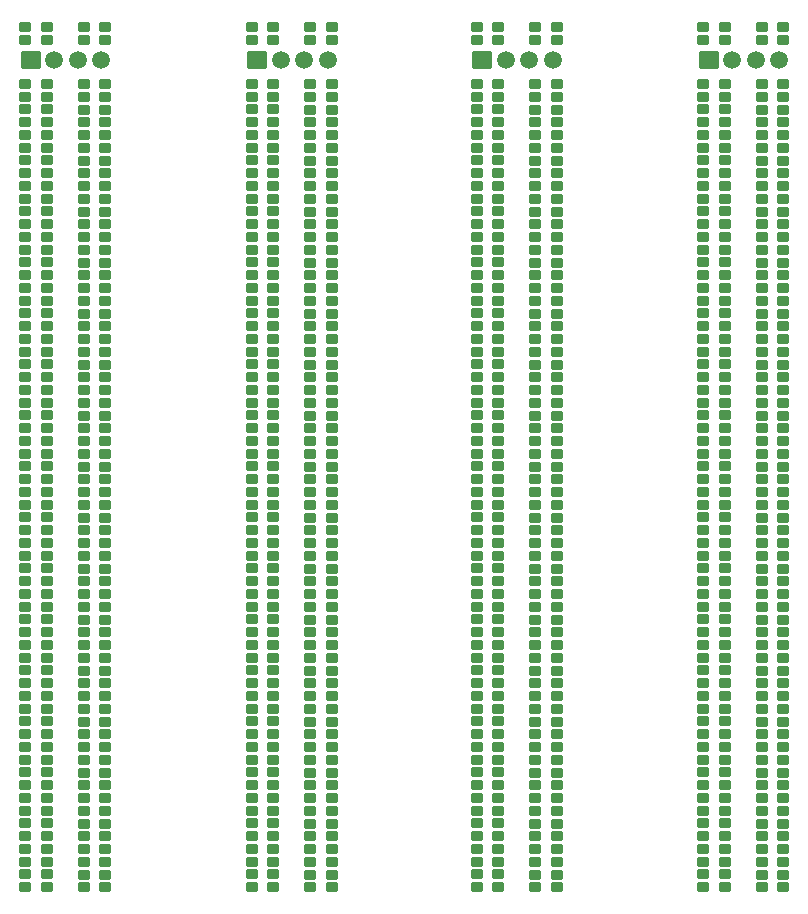
<source format=gts>
G04 Layer: TopSolderMaskLayer*
G04 EasyEDA v6.5.29, 2023-07-18 10:38:40*
G04 9c3e5ffd6bc94b6ca845c2a892670007,5a6b42c53f6a479593ecc07194224c93,10*
G04 Gerber Generator version 0.2*
G04 Scale: 100 percent, Rotated: No, Reflected: No *
G04 Dimensions in millimeters *
G04 leading zeros omitted , absolute positions ,4 integer and 5 decimal *
%FSLAX45Y45*%
%MOMM*%

%AMMACRO1*1,1,$1,$2,$3*1,1,$1,$4,$5*1,1,$1,0-$2,0-$3*1,1,$1,0-$4,0-$5*20,1,$1,$2,$3,$4,$5,0*20,1,$1,$4,$5,0-$2,0-$3,0*20,1,$1,0-$2,0-$3,0-$4,0-$5,0*20,1,$1,0-$4,0-$5,$2,$3,0*4,1,4,$2,$3,$4,$5,0-$2,0-$3,0-$4,0-$5,$2,$3,0*%
%ADD10C,1.5016*%
%ADD11MACRO1,0.1016X-0.762X-0.7X0.762X-0.7*%
%ADD12MACRO1,0.1016X-0.45X0.35X0.45X0.35*%

%LPD*%
D10*
G01*
X3919499Y10883900D03*
G01*
X3719499Y10883900D03*
G01*
X3519500Y10883900D03*
D11*
G01*
X3319500Y10883900D03*
D10*
G01*
X5824499Y10883900D03*
G01*
X5624499Y10883900D03*
G01*
X5424500Y10883900D03*
D11*
G01*
X5224500Y10883900D03*
D10*
G01*
X7742199Y10883900D03*
G01*
X7542199Y10883900D03*
G01*
X7342200Y10883900D03*
D11*
G01*
X7142200Y10883900D03*
D10*
G01*
X2001799Y10883900D03*
G01*
X1801799Y10883900D03*
G01*
X1601800Y10883900D03*
D11*
G01*
X1401800Y10883900D03*
D12*
G01*
X3457006Y3991998D03*
G01*
X3273997Y3991996D03*
G01*
X3273999Y3881991D03*
G01*
X3457006Y3881991D03*
G01*
X3457006Y6798693D03*
G01*
X3273997Y6798690D03*
G01*
X3273999Y6688686D03*
G01*
X3457006Y6688686D03*
G01*
X3457006Y6582793D03*
G01*
X3273997Y6582790D03*
G01*
X3273999Y6472786D03*
G01*
X3457006Y6472786D03*
G01*
X3457006Y6366896D03*
G01*
X3273997Y6366893D03*
G01*
X3273999Y6256888D03*
G01*
X3457006Y6256888D03*
G01*
X3457006Y6150996D03*
G01*
X3273997Y6150993D03*
G01*
X3273999Y6040988D03*
G01*
X3457006Y6040988D03*
G01*
X3457006Y5935096D03*
G01*
X3273997Y5935093D03*
G01*
X3273999Y5825088D03*
G01*
X3457006Y5825088D03*
G01*
X3457006Y5719196D03*
G01*
X3273997Y5719193D03*
G01*
X3273999Y5609188D03*
G01*
X3457006Y5609188D03*
G01*
X3457006Y5503296D03*
G01*
X3273997Y5503293D03*
G01*
X3273999Y5393288D03*
G01*
X3457006Y5393288D03*
G01*
X3457006Y5287396D03*
G01*
X3273997Y5287393D03*
G01*
X3273999Y5177388D03*
G01*
X3457006Y5177388D03*
G01*
X3457006Y5071498D03*
G01*
X3273997Y5071496D03*
G01*
X3273999Y4961491D03*
G01*
X3457006Y4961491D03*
G01*
X3457006Y4855598D03*
G01*
X3273997Y4855596D03*
G01*
X3273999Y4745591D03*
G01*
X3457006Y4745591D03*
G01*
X3457006Y4639698D03*
G01*
X3273997Y4639696D03*
G01*
X3273999Y4529691D03*
G01*
X3457006Y4529691D03*
G01*
X3457006Y4423798D03*
G01*
X3273997Y4423796D03*
G01*
X3273999Y4313791D03*
G01*
X3457006Y4313791D03*
G01*
X3457006Y4207898D03*
G01*
X3273997Y4207896D03*
G01*
X3273999Y4097891D03*
G01*
X3457006Y4097891D03*
G01*
X3457006Y7014601D03*
G01*
X3273997Y7014598D03*
G01*
X3273999Y6904593D03*
G01*
X3457006Y6904593D03*
G01*
X3457006Y7230498D03*
G01*
X3273997Y7230496D03*
G01*
X3273999Y7120491D03*
G01*
X3457006Y7120491D03*
G01*
X3457006Y7446398D03*
G01*
X3273997Y7446396D03*
G01*
X3273999Y7336391D03*
G01*
X3457006Y7336391D03*
G01*
X3457006Y7662298D03*
G01*
X3273997Y7662296D03*
G01*
X3273999Y7552291D03*
G01*
X3457006Y7552291D03*
G01*
X3457006Y7878198D03*
G01*
X3273997Y7878196D03*
G01*
X3273999Y7768191D03*
G01*
X3457006Y7768191D03*
G01*
X3457006Y8094098D03*
G01*
X3273997Y8094096D03*
G01*
X3273999Y7984091D03*
G01*
X3457006Y7984091D03*
G01*
X3457006Y8309996D03*
G01*
X3273997Y8309993D03*
G01*
X3273999Y8199988D03*
G01*
X3457006Y8199988D03*
G01*
X3457006Y8525896D03*
G01*
X3273997Y8525893D03*
G01*
X3273999Y8415888D03*
G01*
X3457006Y8415888D03*
G01*
X3457006Y8741796D03*
G01*
X3273997Y8741793D03*
G01*
X3273999Y8631788D03*
G01*
X3457006Y8631788D03*
G01*
X3457006Y8957696D03*
G01*
X3273997Y8957693D03*
G01*
X3273999Y8847688D03*
G01*
X3457006Y8847688D03*
G01*
X3457006Y9173596D03*
G01*
X3273997Y9173593D03*
G01*
X3273999Y9063588D03*
G01*
X3457006Y9063588D03*
G01*
X3457006Y9389496D03*
G01*
X3273997Y9389493D03*
G01*
X3273999Y9279488D03*
G01*
X3457006Y9279488D03*
G01*
X3457006Y9605393D03*
G01*
X3273997Y9605390D03*
G01*
X3273999Y9495386D03*
G01*
X3457006Y9495386D03*
G01*
X3457006Y9821293D03*
G01*
X3273997Y9821290D03*
G01*
X3273999Y9711286D03*
G01*
X3457006Y9711286D03*
G01*
X3457006Y10037193D03*
G01*
X3273997Y10037190D03*
G01*
X3273999Y9927186D03*
G01*
X3457006Y9927186D03*
G01*
X3457006Y10253101D03*
G01*
X3273997Y10253098D03*
G01*
X3273999Y10143093D03*
G01*
X3457006Y10143093D03*
G01*
X3457006Y10469001D03*
G01*
X3273997Y10468998D03*
G01*
X3273999Y10358993D03*
G01*
X3457006Y10358993D03*
G01*
X3457006Y10684901D03*
G01*
X3273997Y10684898D03*
G01*
X3273999Y10574893D03*
G01*
X3457006Y10574893D03*
G01*
X3952308Y3987812D03*
G01*
X3769300Y3987810D03*
G01*
X3769301Y3877805D03*
G01*
X3952308Y3877805D03*
G01*
X3952308Y4203712D03*
G01*
X3769300Y4203710D03*
G01*
X3769301Y4093705D03*
G01*
X3952308Y4093705D03*
G01*
X3952308Y4419610D03*
G01*
X3769300Y4419607D03*
G01*
X3769301Y4309602D03*
G01*
X3952308Y4309602D03*
G01*
X3952308Y4635510D03*
G01*
X3769300Y4635507D03*
G01*
X3769301Y4525502D03*
G01*
X3952308Y4525502D03*
G01*
X3952308Y4851410D03*
G01*
X3769300Y4851407D03*
G01*
X3769301Y4741402D03*
G01*
X3952308Y4741402D03*
G01*
X3952308Y5067310D03*
G01*
X3769300Y5067307D03*
G01*
X3769301Y4957302D03*
G01*
X3952308Y4957302D03*
G01*
X3952308Y5283210D03*
G01*
X3769300Y5283207D03*
G01*
X3769301Y5173202D03*
G01*
X3952308Y5173202D03*
G01*
X3952308Y5499110D03*
G01*
X3769300Y5499107D03*
G01*
X3769301Y5389102D03*
G01*
X3952308Y5389102D03*
G01*
X3952308Y5715007D03*
G01*
X3769300Y5715005D03*
G01*
X3769301Y5605000D03*
G01*
X3952308Y5605000D03*
G01*
X3952308Y5930907D03*
G01*
X3769300Y5930905D03*
G01*
X3769301Y5820900D03*
G01*
X3952308Y5820900D03*
G01*
X3952308Y6146807D03*
G01*
X3769300Y6146805D03*
G01*
X3769301Y6036800D03*
G01*
X3952308Y6036800D03*
G01*
X3952303Y6362712D03*
G01*
X3769295Y6362710D03*
G01*
X3769296Y6252705D03*
G01*
X3952303Y6252705D03*
G01*
X3952303Y6578612D03*
G01*
X3769295Y6578610D03*
G01*
X3769296Y6468605D03*
G01*
X3952303Y6468605D03*
G01*
X3952303Y6794512D03*
G01*
X3769295Y6794510D03*
G01*
X3769296Y6684505D03*
G01*
X3952303Y6684505D03*
G01*
X3952303Y7010412D03*
G01*
X3769295Y7010410D03*
G01*
X3769296Y6900405D03*
G01*
X3952303Y6900405D03*
G01*
X3952303Y7226312D03*
G01*
X3769295Y7226310D03*
G01*
X3769296Y7116305D03*
G01*
X3952303Y7116305D03*
G01*
X3952303Y7442210D03*
G01*
X3769295Y7442207D03*
G01*
X3769296Y7332202D03*
G01*
X3952303Y7332202D03*
G01*
X3952303Y7658110D03*
G01*
X3769295Y7658107D03*
G01*
X3769296Y7548102D03*
G01*
X3952303Y7548102D03*
G01*
X3952303Y7874010D03*
G01*
X3769295Y7874007D03*
G01*
X3769296Y7764002D03*
G01*
X3952303Y7764002D03*
G01*
X3952303Y8089910D03*
G01*
X3769295Y8089907D03*
G01*
X3769296Y7979902D03*
G01*
X3952303Y7979902D03*
G01*
X3952303Y8305810D03*
G01*
X3769295Y8305807D03*
G01*
X3769296Y8195802D03*
G01*
X3952303Y8195802D03*
G01*
X3952303Y8521710D03*
G01*
X3769295Y8521707D03*
G01*
X3769296Y8411702D03*
G01*
X3952303Y8411702D03*
G01*
X3952303Y8737607D03*
G01*
X3769295Y8737605D03*
G01*
X3769296Y8627600D03*
G01*
X3952303Y8627600D03*
G01*
X3952303Y8953507D03*
G01*
X3769295Y8953505D03*
G01*
X3769296Y8843500D03*
G01*
X3952303Y8843500D03*
G01*
X3952303Y9169407D03*
G01*
X3769295Y9169405D03*
G01*
X3769296Y9059400D03*
G01*
X3952303Y9059400D03*
G01*
X3952303Y9385307D03*
G01*
X3769295Y9385305D03*
G01*
X3769296Y9275300D03*
G01*
X3952303Y9275300D03*
G01*
X3952303Y9601207D03*
G01*
X3769295Y9601205D03*
G01*
X3769296Y9491200D03*
G01*
X3952303Y9491200D03*
G01*
X3952303Y9817107D03*
G01*
X3769295Y9817105D03*
G01*
X3769296Y9707100D03*
G01*
X3952303Y9707100D03*
G01*
X3952303Y10033007D03*
G01*
X3769295Y10033005D03*
G01*
X3769296Y9923000D03*
G01*
X3952303Y9923000D03*
G01*
X3952303Y10248907D03*
G01*
X3769295Y10248905D03*
G01*
X3769296Y10138900D03*
G01*
X3952303Y10138900D03*
G01*
X3952303Y10464807D03*
G01*
X3769295Y10464805D03*
G01*
X3769296Y10354800D03*
G01*
X3952303Y10354800D03*
G01*
X3952303Y10680707D03*
G01*
X3769295Y10680705D03*
G01*
X3769296Y10570700D03*
G01*
X3952303Y10570700D03*
G01*
X3457006Y11167501D03*
G01*
X3273997Y11167498D03*
G01*
X3273999Y11057493D03*
G01*
X3457006Y11057493D03*
G01*
X3952306Y11167501D03*
G01*
X3769297Y11167498D03*
G01*
X3769299Y11057493D03*
G01*
X3952306Y11057493D03*
G01*
X5362006Y3991998D03*
G01*
X5178997Y3991996D03*
G01*
X5178999Y3881991D03*
G01*
X5362006Y3881991D03*
G01*
X5362006Y6798693D03*
G01*
X5178997Y6798690D03*
G01*
X5178999Y6688686D03*
G01*
X5362006Y6688686D03*
G01*
X5362006Y6582793D03*
G01*
X5178997Y6582790D03*
G01*
X5178999Y6472786D03*
G01*
X5362006Y6472786D03*
G01*
X5362006Y6366896D03*
G01*
X5178997Y6366893D03*
G01*
X5178999Y6256888D03*
G01*
X5362006Y6256888D03*
G01*
X5362006Y6150996D03*
G01*
X5178997Y6150993D03*
G01*
X5178999Y6040988D03*
G01*
X5362006Y6040988D03*
G01*
X5362006Y5935096D03*
G01*
X5178997Y5935093D03*
G01*
X5178999Y5825088D03*
G01*
X5362006Y5825088D03*
G01*
X5362006Y5719196D03*
G01*
X5178997Y5719193D03*
G01*
X5178999Y5609188D03*
G01*
X5362006Y5609188D03*
G01*
X5362006Y5503296D03*
G01*
X5178997Y5503293D03*
G01*
X5178999Y5393288D03*
G01*
X5362006Y5393288D03*
G01*
X5362006Y5287396D03*
G01*
X5178997Y5287393D03*
G01*
X5178999Y5177388D03*
G01*
X5362006Y5177388D03*
G01*
X5362006Y5071498D03*
G01*
X5178997Y5071496D03*
G01*
X5178999Y4961491D03*
G01*
X5362006Y4961491D03*
G01*
X5362006Y4855598D03*
G01*
X5178997Y4855596D03*
G01*
X5178999Y4745591D03*
G01*
X5362006Y4745591D03*
G01*
X5362006Y4639698D03*
G01*
X5178997Y4639696D03*
G01*
X5178999Y4529691D03*
G01*
X5362006Y4529691D03*
G01*
X5362006Y4423798D03*
G01*
X5178997Y4423796D03*
G01*
X5178999Y4313791D03*
G01*
X5362006Y4313791D03*
G01*
X5362006Y4207898D03*
G01*
X5178997Y4207896D03*
G01*
X5178999Y4097891D03*
G01*
X5362006Y4097891D03*
G01*
X5362006Y7014601D03*
G01*
X5178997Y7014598D03*
G01*
X5178999Y6904593D03*
G01*
X5362006Y6904593D03*
G01*
X5362006Y7230498D03*
G01*
X5178997Y7230496D03*
G01*
X5178999Y7120491D03*
G01*
X5362006Y7120491D03*
G01*
X5362006Y7446398D03*
G01*
X5178997Y7446396D03*
G01*
X5178999Y7336391D03*
G01*
X5362006Y7336391D03*
G01*
X5362006Y7662298D03*
G01*
X5178997Y7662296D03*
G01*
X5178999Y7552291D03*
G01*
X5362006Y7552291D03*
G01*
X5362006Y7878198D03*
G01*
X5178997Y7878196D03*
G01*
X5178999Y7768191D03*
G01*
X5362006Y7768191D03*
G01*
X5362006Y8094098D03*
G01*
X5178997Y8094096D03*
G01*
X5178999Y7984091D03*
G01*
X5362006Y7984091D03*
G01*
X5362006Y8309996D03*
G01*
X5178997Y8309993D03*
G01*
X5178999Y8199988D03*
G01*
X5362006Y8199988D03*
G01*
X5362006Y8525896D03*
G01*
X5178997Y8525893D03*
G01*
X5178999Y8415888D03*
G01*
X5362006Y8415888D03*
G01*
X5362006Y8741796D03*
G01*
X5178997Y8741793D03*
G01*
X5178999Y8631788D03*
G01*
X5362006Y8631788D03*
G01*
X5362006Y8957696D03*
G01*
X5178997Y8957693D03*
G01*
X5178999Y8847688D03*
G01*
X5362006Y8847688D03*
G01*
X5362006Y9173596D03*
G01*
X5178997Y9173593D03*
G01*
X5178999Y9063588D03*
G01*
X5362006Y9063588D03*
G01*
X5362006Y9389496D03*
G01*
X5178997Y9389493D03*
G01*
X5178999Y9279488D03*
G01*
X5362006Y9279488D03*
G01*
X5362006Y9605393D03*
G01*
X5178997Y9605390D03*
G01*
X5178999Y9495386D03*
G01*
X5362006Y9495386D03*
G01*
X5362006Y9821293D03*
G01*
X5178997Y9821290D03*
G01*
X5178999Y9711286D03*
G01*
X5362006Y9711286D03*
G01*
X5362006Y10037193D03*
G01*
X5178997Y10037190D03*
G01*
X5178999Y9927186D03*
G01*
X5362006Y9927186D03*
G01*
X5362006Y10253101D03*
G01*
X5178997Y10253098D03*
G01*
X5178999Y10143093D03*
G01*
X5362006Y10143093D03*
G01*
X5362006Y10469001D03*
G01*
X5178997Y10468998D03*
G01*
X5178999Y10358993D03*
G01*
X5362006Y10358993D03*
G01*
X5362006Y10684901D03*
G01*
X5178997Y10684898D03*
G01*
X5178999Y10574893D03*
G01*
X5362006Y10574893D03*
G01*
X5857308Y3987812D03*
G01*
X5674300Y3987810D03*
G01*
X5674301Y3877805D03*
G01*
X5857308Y3877805D03*
G01*
X5857308Y4203712D03*
G01*
X5674300Y4203710D03*
G01*
X5674301Y4093705D03*
G01*
X5857308Y4093705D03*
G01*
X5857308Y4419610D03*
G01*
X5674300Y4419607D03*
G01*
X5674301Y4309602D03*
G01*
X5857308Y4309602D03*
G01*
X5857308Y4635510D03*
G01*
X5674300Y4635507D03*
G01*
X5674301Y4525502D03*
G01*
X5857308Y4525502D03*
G01*
X5857308Y4851410D03*
G01*
X5674300Y4851407D03*
G01*
X5674301Y4741402D03*
G01*
X5857308Y4741402D03*
G01*
X5857308Y5067310D03*
G01*
X5674300Y5067307D03*
G01*
X5674301Y4957302D03*
G01*
X5857308Y4957302D03*
G01*
X5857308Y5283210D03*
G01*
X5674300Y5283207D03*
G01*
X5674301Y5173202D03*
G01*
X5857308Y5173202D03*
G01*
X5857308Y5499110D03*
G01*
X5674300Y5499107D03*
G01*
X5674301Y5389102D03*
G01*
X5857308Y5389102D03*
G01*
X5857308Y5715007D03*
G01*
X5674300Y5715005D03*
G01*
X5674301Y5605000D03*
G01*
X5857308Y5605000D03*
G01*
X5857308Y5930907D03*
G01*
X5674300Y5930905D03*
G01*
X5674301Y5820900D03*
G01*
X5857308Y5820900D03*
G01*
X5857308Y6146807D03*
G01*
X5674300Y6146805D03*
G01*
X5674301Y6036800D03*
G01*
X5857308Y6036800D03*
G01*
X5857303Y6362712D03*
G01*
X5674295Y6362710D03*
G01*
X5674296Y6252705D03*
G01*
X5857303Y6252705D03*
G01*
X5857303Y6578612D03*
G01*
X5674295Y6578610D03*
G01*
X5674296Y6468605D03*
G01*
X5857303Y6468605D03*
G01*
X5857303Y6794512D03*
G01*
X5674295Y6794510D03*
G01*
X5674296Y6684505D03*
G01*
X5857303Y6684505D03*
G01*
X5857303Y7010412D03*
G01*
X5674295Y7010410D03*
G01*
X5674296Y6900405D03*
G01*
X5857303Y6900405D03*
G01*
X5857303Y7226312D03*
G01*
X5674295Y7226310D03*
G01*
X5674296Y7116305D03*
G01*
X5857303Y7116305D03*
G01*
X5857303Y7442210D03*
G01*
X5674295Y7442207D03*
G01*
X5674296Y7332202D03*
G01*
X5857303Y7332202D03*
G01*
X5857303Y7658110D03*
G01*
X5674295Y7658107D03*
G01*
X5674296Y7548102D03*
G01*
X5857303Y7548102D03*
G01*
X5857303Y7874010D03*
G01*
X5674295Y7874007D03*
G01*
X5674296Y7764002D03*
G01*
X5857303Y7764002D03*
G01*
X5857303Y8089910D03*
G01*
X5674295Y8089907D03*
G01*
X5674296Y7979902D03*
G01*
X5857303Y7979902D03*
G01*
X5857303Y8305810D03*
G01*
X5674295Y8305807D03*
G01*
X5674296Y8195802D03*
G01*
X5857303Y8195802D03*
G01*
X5857303Y8521710D03*
G01*
X5674295Y8521707D03*
G01*
X5674296Y8411702D03*
G01*
X5857303Y8411702D03*
G01*
X5857303Y8737607D03*
G01*
X5674295Y8737605D03*
G01*
X5674296Y8627600D03*
G01*
X5857303Y8627600D03*
G01*
X5857303Y8953507D03*
G01*
X5674295Y8953505D03*
G01*
X5674296Y8843500D03*
G01*
X5857303Y8843500D03*
G01*
X5857303Y9169407D03*
G01*
X5674295Y9169405D03*
G01*
X5674296Y9059400D03*
G01*
X5857303Y9059400D03*
G01*
X5857303Y9385307D03*
G01*
X5674295Y9385305D03*
G01*
X5674296Y9275300D03*
G01*
X5857303Y9275300D03*
G01*
X5857303Y9601207D03*
G01*
X5674295Y9601205D03*
G01*
X5674296Y9491200D03*
G01*
X5857303Y9491200D03*
G01*
X5857303Y9817107D03*
G01*
X5674295Y9817105D03*
G01*
X5674296Y9707100D03*
G01*
X5857303Y9707100D03*
G01*
X5857303Y10033007D03*
G01*
X5674295Y10033005D03*
G01*
X5674296Y9923000D03*
G01*
X5857303Y9923000D03*
G01*
X5857303Y10248907D03*
G01*
X5674295Y10248905D03*
G01*
X5674296Y10138900D03*
G01*
X5857303Y10138900D03*
G01*
X5857303Y10464807D03*
G01*
X5674295Y10464805D03*
G01*
X5674296Y10354800D03*
G01*
X5857303Y10354800D03*
G01*
X5857303Y10680707D03*
G01*
X5674295Y10680705D03*
G01*
X5674296Y10570700D03*
G01*
X5857303Y10570700D03*
G01*
X5362006Y11167501D03*
G01*
X5178997Y11167498D03*
G01*
X5178999Y11057493D03*
G01*
X5362006Y11057493D03*
G01*
X5857306Y11167501D03*
G01*
X5674297Y11167498D03*
G01*
X5674299Y11057493D03*
G01*
X5857306Y11057493D03*
G01*
X7279706Y3991998D03*
G01*
X7096697Y3991996D03*
G01*
X7096699Y3881991D03*
G01*
X7279706Y3881991D03*
G01*
X7279706Y6798693D03*
G01*
X7096697Y6798690D03*
G01*
X7096699Y6688686D03*
G01*
X7279706Y6688686D03*
G01*
X7279706Y6582793D03*
G01*
X7096697Y6582790D03*
G01*
X7096699Y6472786D03*
G01*
X7279706Y6472786D03*
G01*
X7279706Y6366896D03*
G01*
X7096697Y6366893D03*
G01*
X7096699Y6256888D03*
G01*
X7279706Y6256888D03*
G01*
X7279706Y6150996D03*
G01*
X7096697Y6150993D03*
G01*
X7096699Y6040988D03*
G01*
X7279706Y6040988D03*
G01*
X7279706Y5935096D03*
G01*
X7096697Y5935093D03*
G01*
X7096699Y5825088D03*
G01*
X7279706Y5825088D03*
G01*
X7279706Y5719196D03*
G01*
X7096697Y5719193D03*
G01*
X7096699Y5609188D03*
G01*
X7279706Y5609188D03*
G01*
X7279706Y5503296D03*
G01*
X7096697Y5503293D03*
G01*
X7096699Y5393288D03*
G01*
X7279706Y5393288D03*
G01*
X7279706Y5287396D03*
G01*
X7096697Y5287393D03*
G01*
X7096699Y5177388D03*
G01*
X7279706Y5177388D03*
G01*
X7279706Y5071498D03*
G01*
X7096697Y5071496D03*
G01*
X7096699Y4961491D03*
G01*
X7279706Y4961491D03*
G01*
X7279706Y4855598D03*
G01*
X7096697Y4855596D03*
G01*
X7096699Y4745591D03*
G01*
X7279706Y4745591D03*
G01*
X7279706Y4639698D03*
G01*
X7096697Y4639696D03*
G01*
X7096699Y4529691D03*
G01*
X7279706Y4529691D03*
G01*
X7279706Y4423798D03*
G01*
X7096697Y4423796D03*
G01*
X7096699Y4313791D03*
G01*
X7279706Y4313791D03*
G01*
X7279706Y4207898D03*
G01*
X7096697Y4207896D03*
G01*
X7096699Y4097891D03*
G01*
X7279706Y4097891D03*
G01*
X7279706Y7014601D03*
G01*
X7096697Y7014598D03*
G01*
X7096699Y6904593D03*
G01*
X7279706Y6904593D03*
G01*
X7279706Y7230498D03*
G01*
X7096697Y7230496D03*
G01*
X7096699Y7120491D03*
G01*
X7279706Y7120491D03*
G01*
X7279706Y7446398D03*
G01*
X7096697Y7446396D03*
G01*
X7096699Y7336391D03*
G01*
X7279706Y7336391D03*
G01*
X7279706Y7662298D03*
G01*
X7096697Y7662296D03*
G01*
X7096699Y7552291D03*
G01*
X7279706Y7552291D03*
G01*
X7279706Y7878198D03*
G01*
X7096697Y7878196D03*
G01*
X7096699Y7768191D03*
G01*
X7279706Y7768191D03*
G01*
X7279706Y8094098D03*
G01*
X7096697Y8094096D03*
G01*
X7096699Y7984091D03*
G01*
X7279706Y7984091D03*
G01*
X7279706Y8309996D03*
G01*
X7096697Y8309993D03*
G01*
X7096699Y8199988D03*
G01*
X7279706Y8199988D03*
G01*
X7279706Y8525896D03*
G01*
X7096697Y8525893D03*
G01*
X7096699Y8415888D03*
G01*
X7279706Y8415888D03*
G01*
X7279706Y8741796D03*
G01*
X7096697Y8741793D03*
G01*
X7096699Y8631788D03*
G01*
X7279706Y8631788D03*
G01*
X7279706Y8957696D03*
G01*
X7096697Y8957693D03*
G01*
X7096699Y8847688D03*
G01*
X7279706Y8847688D03*
G01*
X7279706Y9173596D03*
G01*
X7096697Y9173593D03*
G01*
X7096699Y9063588D03*
G01*
X7279706Y9063588D03*
G01*
X7279706Y9389496D03*
G01*
X7096697Y9389493D03*
G01*
X7096699Y9279488D03*
G01*
X7279706Y9279488D03*
G01*
X7279706Y9605393D03*
G01*
X7096697Y9605390D03*
G01*
X7096699Y9495386D03*
G01*
X7279706Y9495386D03*
G01*
X7279706Y9821293D03*
G01*
X7096697Y9821290D03*
G01*
X7096699Y9711286D03*
G01*
X7279706Y9711286D03*
G01*
X7279706Y10037193D03*
G01*
X7096697Y10037190D03*
G01*
X7096699Y9927186D03*
G01*
X7279706Y9927186D03*
G01*
X7279706Y10253101D03*
G01*
X7096697Y10253098D03*
G01*
X7096699Y10143093D03*
G01*
X7279706Y10143093D03*
G01*
X7279706Y10469001D03*
G01*
X7096697Y10468998D03*
G01*
X7096699Y10358993D03*
G01*
X7279706Y10358993D03*
G01*
X7279706Y10684901D03*
G01*
X7096697Y10684898D03*
G01*
X7096699Y10574893D03*
G01*
X7279706Y10574893D03*
G01*
X7775008Y3987812D03*
G01*
X7592000Y3987810D03*
G01*
X7592001Y3877805D03*
G01*
X7775008Y3877805D03*
G01*
X7775008Y4203712D03*
G01*
X7592000Y4203710D03*
G01*
X7592001Y4093705D03*
G01*
X7775008Y4093705D03*
G01*
X7775008Y4419610D03*
G01*
X7592000Y4419607D03*
G01*
X7592001Y4309602D03*
G01*
X7775008Y4309602D03*
G01*
X7775008Y4635510D03*
G01*
X7592000Y4635507D03*
G01*
X7592001Y4525502D03*
G01*
X7775008Y4525502D03*
G01*
X7775008Y4851410D03*
G01*
X7592000Y4851407D03*
G01*
X7592001Y4741402D03*
G01*
X7775008Y4741402D03*
G01*
X7775008Y5067310D03*
G01*
X7592000Y5067307D03*
G01*
X7592001Y4957302D03*
G01*
X7775008Y4957302D03*
G01*
X7775008Y5283210D03*
G01*
X7592000Y5283207D03*
G01*
X7592001Y5173202D03*
G01*
X7775008Y5173202D03*
G01*
X7775008Y5499110D03*
G01*
X7592000Y5499107D03*
G01*
X7592001Y5389102D03*
G01*
X7775008Y5389102D03*
G01*
X7775008Y5715007D03*
G01*
X7592000Y5715005D03*
G01*
X7592001Y5605000D03*
G01*
X7775008Y5605000D03*
G01*
X7775008Y5930907D03*
G01*
X7592000Y5930905D03*
G01*
X7592001Y5820900D03*
G01*
X7775008Y5820900D03*
G01*
X7775008Y6146807D03*
G01*
X7592000Y6146805D03*
G01*
X7592001Y6036800D03*
G01*
X7775008Y6036800D03*
G01*
X7775003Y6362712D03*
G01*
X7591995Y6362710D03*
G01*
X7591996Y6252705D03*
G01*
X7775003Y6252705D03*
G01*
X7775003Y6578612D03*
G01*
X7591995Y6578610D03*
G01*
X7591996Y6468605D03*
G01*
X7775003Y6468605D03*
G01*
X7775003Y6794512D03*
G01*
X7591995Y6794510D03*
G01*
X7591996Y6684505D03*
G01*
X7775003Y6684505D03*
G01*
X7775003Y7010412D03*
G01*
X7591995Y7010410D03*
G01*
X7591996Y6900405D03*
G01*
X7775003Y6900405D03*
G01*
X7775003Y7226312D03*
G01*
X7591995Y7226310D03*
G01*
X7591996Y7116305D03*
G01*
X7775003Y7116305D03*
G01*
X7775003Y7442210D03*
G01*
X7591995Y7442207D03*
G01*
X7591996Y7332202D03*
G01*
X7775003Y7332202D03*
G01*
X7775003Y7658110D03*
G01*
X7591995Y7658107D03*
G01*
X7591996Y7548102D03*
G01*
X7775003Y7548102D03*
G01*
X7775003Y7874010D03*
G01*
X7591995Y7874007D03*
G01*
X7591996Y7764002D03*
G01*
X7775003Y7764002D03*
G01*
X7775003Y8089910D03*
G01*
X7591995Y8089907D03*
G01*
X7591996Y7979902D03*
G01*
X7775003Y7979902D03*
G01*
X7775003Y8305810D03*
G01*
X7591995Y8305807D03*
G01*
X7591996Y8195802D03*
G01*
X7775003Y8195802D03*
G01*
X7775003Y8521710D03*
G01*
X7591995Y8521707D03*
G01*
X7591996Y8411702D03*
G01*
X7775003Y8411702D03*
G01*
X7775003Y8737607D03*
G01*
X7591995Y8737605D03*
G01*
X7591996Y8627600D03*
G01*
X7775003Y8627600D03*
G01*
X7775003Y8953507D03*
G01*
X7591995Y8953505D03*
G01*
X7591996Y8843500D03*
G01*
X7775003Y8843500D03*
G01*
X7775003Y9169407D03*
G01*
X7591995Y9169405D03*
G01*
X7591996Y9059400D03*
G01*
X7775003Y9059400D03*
G01*
X7775003Y9385307D03*
G01*
X7591995Y9385305D03*
G01*
X7591996Y9275300D03*
G01*
X7775003Y9275300D03*
G01*
X7775003Y9601207D03*
G01*
X7591995Y9601205D03*
G01*
X7591996Y9491200D03*
G01*
X7775003Y9491200D03*
G01*
X7775003Y9817107D03*
G01*
X7591995Y9817105D03*
G01*
X7591996Y9707100D03*
G01*
X7775003Y9707100D03*
G01*
X7775003Y10033007D03*
G01*
X7591995Y10033005D03*
G01*
X7591996Y9923000D03*
G01*
X7775003Y9923000D03*
G01*
X7775003Y10248907D03*
G01*
X7591995Y10248905D03*
G01*
X7591996Y10138900D03*
G01*
X7775003Y10138900D03*
G01*
X7775003Y10464807D03*
G01*
X7591995Y10464805D03*
G01*
X7591996Y10354800D03*
G01*
X7775003Y10354800D03*
G01*
X7775003Y10680707D03*
G01*
X7591995Y10680705D03*
G01*
X7591996Y10570700D03*
G01*
X7775003Y10570700D03*
G01*
X7279706Y11167501D03*
G01*
X7096697Y11167498D03*
G01*
X7096699Y11057493D03*
G01*
X7279706Y11057493D03*
G01*
X7775006Y11167501D03*
G01*
X7591997Y11167498D03*
G01*
X7591999Y11057493D03*
G01*
X7775006Y11057493D03*
G01*
X1539306Y3991998D03*
G01*
X1356297Y3991996D03*
G01*
X1356299Y3881991D03*
G01*
X1539306Y3881991D03*
G01*
X1539306Y6798693D03*
G01*
X1356297Y6798690D03*
G01*
X1356299Y6688686D03*
G01*
X1539306Y6688686D03*
G01*
X1539306Y6582793D03*
G01*
X1356297Y6582790D03*
G01*
X1356299Y6472786D03*
G01*
X1539306Y6472786D03*
G01*
X1539306Y6366896D03*
G01*
X1356297Y6366893D03*
G01*
X1356299Y6256888D03*
G01*
X1539306Y6256888D03*
G01*
X1539306Y6150996D03*
G01*
X1356297Y6150993D03*
G01*
X1356299Y6040988D03*
G01*
X1539306Y6040988D03*
G01*
X1539306Y5935096D03*
G01*
X1356297Y5935093D03*
G01*
X1356299Y5825088D03*
G01*
X1539306Y5825088D03*
G01*
X1539306Y5719196D03*
G01*
X1356297Y5719193D03*
G01*
X1356299Y5609188D03*
G01*
X1539306Y5609188D03*
G01*
X1539306Y5503296D03*
G01*
X1356297Y5503293D03*
G01*
X1356299Y5393288D03*
G01*
X1539306Y5393288D03*
G01*
X1539306Y5287396D03*
G01*
X1356297Y5287393D03*
G01*
X1356299Y5177388D03*
G01*
X1539306Y5177388D03*
G01*
X1539306Y5071498D03*
G01*
X1356297Y5071496D03*
G01*
X1356299Y4961491D03*
G01*
X1539306Y4961491D03*
G01*
X1539306Y4855598D03*
G01*
X1356297Y4855596D03*
G01*
X1356299Y4745591D03*
G01*
X1539306Y4745591D03*
G01*
X1539306Y4639698D03*
G01*
X1356297Y4639696D03*
G01*
X1356299Y4529691D03*
G01*
X1539306Y4529691D03*
G01*
X1539306Y4423798D03*
G01*
X1356297Y4423796D03*
G01*
X1356299Y4313791D03*
G01*
X1539306Y4313791D03*
G01*
X1539306Y4207898D03*
G01*
X1356297Y4207896D03*
G01*
X1356299Y4097891D03*
G01*
X1539306Y4097891D03*
G01*
X1539306Y7014601D03*
G01*
X1356297Y7014598D03*
G01*
X1356299Y6904593D03*
G01*
X1539306Y6904593D03*
G01*
X1539306Y7230498D03*
G01*
X1356297Y7230496D03*
G01*
X1356299Y7120491D03*
G01*
X1539306Y7120491D03*
G01*
X1539306Y7446398D03*
G01*
X1356297Y7446396D03*
G01*
X1356299Y7336391D03*
G01*
X1539306Y7336391D03*
G01*
X1539306Y7662298D03*
G01*
X1356297Y7662296D03*
G01*
X1356299Y7552291D03*
G01*
X1539306Y7552291D03*
G01*
X1539306Y7878198D03*
G01*
X1356297Y7878196D03*
G01*
X1356299Y7768191D03*
G01*
X1539306Y7768191D03*
G01*
X1539306Y8094098D03*
G01*
X1356297Y8094096D03*
G01*
X1356299Y7984091D03*
G01*
X1539306Y7984091D03*
G01*
X1539306Y8309996D03*
G01*
X1356297Y8309993D03*
G01*
X1356299Y8199988D03*
G01*
X1539306Y8199988D03*
G01*
X1539306Y8525896D03*
G01*
X1356297Y8525893D03*
G01*
X1356299Y8415888D03*
G01*
X1539306Y8415888D03*
G01*
X1539306Y8741796D03*
G01*
X1356297Y8741793D03*
G01*
X1356299Y8631788D03*
G01*
X1539306Y8631788D03*
G01*
X1539306Y8957696D03*
G01*
X1356297Y8957693D03*
G01*
X1356299Y8847688D03*
G01*
X1539306Y8847688D03*
G01*
X1539306Y9173596D03*
G01*
X1356297Y9173593D03*
G01*
X1356299Y9063588D03*
G01*
X1539306Y9063588D03*
G01*
X1539306Y9389496D03*
G01*
X1356297Y9389493D03*
G01*
X1356299Y9279488D03*
G01*
X1539306Y9279488D03*
G01*
X1539306Y9605393D03*
G01*
X1356297Y9605390D03*
G01*
X1356299Y9495386D03*
G01*
X1539306Y9495386D03*
G01*
X1539306Y9821293D03*
G01*
X1356297Y9821290D03*
G01*
X1356299Y9711286D03*
G01*
X1539306Y9711286D03*
G01*
X1539306Y10037193D03*
G01*
X1356297Y10037190D03*
G01*
X1356299Y9927186D03*
G01*
X1539306Y9927186D03*
G01*
X1539306Y10253101D03*
G01*
X1356297Y10253098D03*
G01*
X1356299Y10143093D03*
G01*
X1539306Y10143093D03*
G01*
X1539306Y10469001D03*
G01*
X1356297Y10468998D03*
G01*
X1356299Y10358993D03*
G01*
X1539306Y10358993D03*
G01*
X1539306Y10684901D03*
G01*
X1356297Y10684898D03*
G01*
X1356299Y10574893D03*
G01*
X1539306Y10574893D03*
G01*
X2034608Y3987812D03*
G01*
X1851600Y3987810D03*
G01*
X1851601Y3877805D03*
G01*
X2034608Y3877805D03*
G01*
X2034608Y4203712D03*
G01*
X1851600Y4203710D03*
G01*
X1851601Y4093705D03*
G01*
X2034608Y4093705D03*
G01*
X2034608Y4419610D03*
G01*
X1851600Y4419607D03*
G01*
X1851601Y4309602D03*
G01*
X2034608Y4309602D03*
G01*
X2034608Y4635510D03*
G01*
X1851600Y4635507D03*
G01*
X1851601Y4525502D03*
G01*
X2034608Y4525502D03*
G01*
X2034608Y4851410D03*
G01*
X1851600Y4851407D03*
G01*
X1851601Y4741402D03*
G01*
X2034608Y4741402D03*
G01*
X2034608Y5067310D03*
G01*
X1851600Y5067307D03*
G01*
X1851601Y4957302D03*
G01*
X2034608Y4957302D03*
G01*
X2034608Y5283210D03*
G01*
X1851600Y5283207D03*
G01*
X1851601Y5173202D03*
G01*
X2034608Y5173202D03*
G01*
X2034608Y5499110D03*
G01*
X1851600Y5499107D03*
G01*
X1851601Y5389102D03*
G01*
X2034608Y5389102D03*
G01*
X2034608Y5715007D03*
G01*
X1851600Y5715005D03*
G01*
X1851601Y5605000D03*
G01*
X2034608Y5605000D03*
G01*
X2034608Y5930907D03*
G01*
X1851600Y5930905D03*
G01*
X1851601Y5820900D03*
G01*
X2034608Y5820900D03*
G01*
X2034608Y6146807D03*
G01*
X1851600Y6146805D03*
G01*
X1851601Y6036800D03*
G01*
X2034608Y6036800D03*
G01*
X2034603Y6362712D03*
G01*
X1851595Y6362710D03*
G01*
X1851596Y6252705D03*
G01*
X2034603Y6252705D03*
G01*
X2034603Y6578612D03*
G01*
X1851595Y6578610D03*
G01*
X1851596Y6468605D03*
G01*
X2034603Y6468605D03*
G01*
X2034603Y6794512D03*
G01*
X1851595Y6794510D03*
G01*
X1851596Y6684505D03*
G01*
X2034603Y6684505D03*
G01*
X2034603Y7010412D03*
G01*
X1851595Y7010410D03*
G01*
X1851596Y6900405D03*
G01*
X2034603Y6900405D03*
G01*
X2034603Y7226312D03*
G01*
X1851595Y7226310D03*
G01*
X1851596Y7116305D03*
G01*
X2034603Y7116305D03*
G01*
X2034603Y7442210D03*
G01*
X1851595Y7442207D03*
G01*
X1851596Y7332202D03*
G01*
X2034603Y7332202D03*
G01*
X2034603Y7658110D03*
G01*
X1851595Y7658107D03*
G01*
X1851596Y7548102D03*
G01*
X2034603Y7548102D03*
G01*
X2034603Y7874010D03*
G01*
X1851595Y7874007D03*
G01*
X1851596Y7764002D03*
G01*
X2034603Y7764002D03*
G01*
X2034603Y8089910D03*
G01*
X1851595Y8089907D03*
G01*
X1851596Y7979902D03*
G01*
X2034603Y7979902D03*
G01*
X2034603Y8305810D03*
G01*
X1851595Y8305807D03*
G01*
X1851596Y8195802D03*
G01*
X2034603Y8195802D03*
G01*
X2034603Y8521710D03*
G01*
X1851595Y8521707D03*
G01*
X1851596Y8411702D03*
G01*
X2034603Y8411702D03*
G01*
X2034603Y8737607D03*
G01*
X1851595Y8737605D03*
G01*
X1851596Y8627600D03*
G01*
X2034603Y8627600D03*
G01*
X2034603Y8953507D03*
G01*
X1851595Y8953505D03*
G01*
X1851596Y8843500D03*
G01*
X2034603Y8843500D03*
G01*
X2034603Y9169407D03*
G01*
X1851595Y9169405D03*
G01*
X1851596Y9059400D03*
G01*
X2034603Y9059400D03*
G01*
X2034603Y9385307D03*
G01*
X1851595Y9385305D03*
G01*
X1851596Y9275300D03*
G01*
X2034603Y9275300D03*
G01*
X2034603Y9601207D03*
G01*
X1851595Y9601205D03*
G01*
X1851596Y9491200D03*
G01*
X2034603Y9491200D03*
G01*
X2034603Y9817107D03*
G01*
X1851595Y9817105D03*
G01*
X1851596Y9707100D03*
G01*
X2034603Y9707100D03*
G01*
X2034603Y10033007D03*
G01*
X1851595Y10033005D03*
G01*
X1851596Y9923000D03*
G01*
X2034603Y9923000D03*
G01*
X2034603Y10248907D03*
G01*
X1851595Y10248905D03*
G01*
X1851596Y10138900D03*
G01*
X2034603Y10138900D03*
G01*
X2034603Y10464807D03*
G01*
X1851595Y10464805D03*
G01*
X1851596Y10354800D03*
G01*
X2034603Y10354800D03*
G01*
X2034603Y10680707D03*
G01*
X1851595Y10680705D03*
G01*
X1851596Y10570700D03*
G01*
X2034603Y10570700D03*
G01*
X1539306Y11167501D03*
G01*
X1356297Y11167498D03*
G01*
X1356299Y11057493D03*
G01*
X1539306Y11057493D03*
G01*
X2034606Y11167501D03*
G01*
X1851597Y11167498D03*
G01*
X1851599Y11057493D03*
G01*
X2034606Y11057493D03*
M02*

</source>
